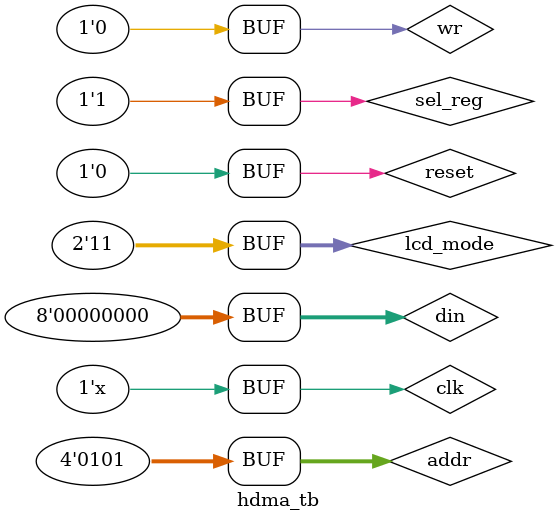
<source format=v>
module hdma(
	input  reset,
   input  clk,    // 4 Mhz cpu clock
	input  clk_reg,
	
	// cpu register interface
	input        sel_reg,
	input  [3:0] addr,
	input        wr,
	output [7:0] dout,
	input  [7:0] din,
	
	input [1:0] lcd_mode, 
	
	// dma connection
	output hdma_rd,
	output [15:0] hdma_source_addr,
	output [15:0] hdma_target_addr

);

//ff51-ff55 HDMA1-5 (GBC)
reg [7:0] hdma_source_h;		// ff51
reg [3:0] hdma_source_l;		// ff52 only top 4 bits used
reg [4:0] hdma_target_h;	   // ff53 only lowest 5 bits used
reg [3:0] hdma_target_l;	   // ff54 only top 4 bits used
reg hdma_mode; 					// ff55 bit 7  - 1=General Purpose DMA 0=H-Blank DMA
reg hdma_enabled;					// ff55 !bit 7 when read
reg [7:0] hdma_length;			// ff55 bit 6:0 - dma transfer length (hdma_length+1)*16 bytes
reg hdma_active;

// it takes about 8us to transfer a block of 16 bytes. -> 500ns per byte -> 2Mhz
// 32 cycles in Normal Speed Mode, and 64 'fast' cycles in Double Speed Mode
reg [12:0] hdma_cnt; 
reg [4:0]  hdma_16byte_cnt; //16bytes*2

assign hdma_rd = hdma_active;
assign hdma_source_addr = { hdma_source_h,hdma_source_l,4'd0} + hdma_cnt[12:1];
assign hdma_target_addr = { 3'b100,hdma_target_h,hdma_target_l,4'd0} + hdma_cnt[12:1];

reg [1:0] hdma_state;
parameter active=2'd0,blocksent=2'd1,wait_h=2'd2;

always @(posedge clk) begin
	if(reset) begin
		hdma_active <= 1'b0;
		hdma_state <= wait_h;
		hdma_enabled <= 1'b0;	
	end else begin
		
		// writing the hdma register engages the dma engine
		if(wr && (addr == 4'h5) && sel_reg) begin
			if (hdma_mode == 1 && hdma_enabled && !din[7]) begin  //terminate an active H-Blank transfer by writing zero to Bit 7 of FF55
				hdma_state <= wait_h;
				hdma_active <= 1'b0;
				hdma_enabled <= 1'b0;
			end else begin															  //normal trigger
				hdma_enabled <= 1'b1;
				hdma_mode <= din[7];
				hdma_length <= {1'b0,din[6:0]} + 8'd1;  
				hdma_cnt <= 13'd0; 
				hdma_16byte_cnt <= 5'h1f;
				if (din[7] == 1) hdma_state <= wait_h;
			end
		end
		
		if (hdma_enabled) begin
			if(hdma_mode==0) begin 				                    //mode 0 GDMA do the transfer in one go			
				if(hdma_length != 0) begin
					hdma_active <= 1'b1;
					hdma_cnt <= hdma_cnt + 1'd1;
					hdma_16byte_cnt <= hdma_16byte_cnt - 1'd1;
					if (!hdma_16byte_cnt) begin
							hdma_length <= hdma_length - 1'd1;
				   end	
				end else begin
					hdma_active <= 1'b0;
					hdma_enabled <= 1'b0;
					hdma_length <= 8'h80; //7f+1
				end
			end else begin        			                       //mode 1 HDMA transfer 1 block (16bytes) in each H-Blank only
				case (hdma_state)
					
					wait_h:    begin 
								    if (lcd_mode == 2'b00 ) 	// Mode 00:  h-blank
									   hdma_state <= active;
								    hdma_16byte_cnt <= 5'h1f;
									 hdma_active <= 1'b0;
							     end
				   
					blocksent: begin
									 if (hdma_length == 0) begin //check if finished
										hdma_enabled <= 1'b0;
										hdma_length <= 8'h80; //7f+1
                            end
									 if (lcd_mode == 2'b11) // wait for mode 3, mode before h-blank
										hdma_state <= wait_h;	
								  end

					active:    begin
									if(hdma_length != 0) begin
										hdma_active <= 1'b1;
										hdma_cnt <= hdma_cnt + 1'd1;
										hdma_16byte_cnt <= hdma_16byte_cnt - 1'd1;
										if (!hdma_16byte_cnt) begin
												hdma_length <= hdma_length - 1'd1;
												hdma_state <= blocksent;
												hdma_active <= 1'b0;
										end
									end else begin
										hdma_active <= 1'b0;
										hdma_enabled <= 1'b0;
										hdma_length <= 8'h80; //7f+1
									end
								 end
				endcase 	
			end
		end
	end
end

always @(posedge clk_reg) begin
	if(reset) begin
	   //TODO: check default value after reset
		hdma_source_h <= 8'hFF;
		hdma_source_l <= 4'hF;
		hdma_target_h <= 5'h1F;
		hdma_target_l <= 4'hF;	
	end else if(sel_reg && wr) begin
		
		case (addr)
			4'd1: hdma_source_h <= din;
			4'd2: hdma_source_l <= din[7:4];
			4'd3: hdma_target_h <= din[4:0];
			4'd4: hdma_target_l <= din[7:4];
		endcase
	end
end

wire [7:0] length_m1 = hdma_length - 8'd1;

assign dout =  sel_reg?
					(addr==4'd1)?hdma_source_h:
					(addr==4'd2)?{hdma_source_l,4'd0}:
					(addr==4'd3)?{3'b100,hdma_target_h}:
					(addr==4'd4)?{hdma_target_l,4'd0}:
					(addr==4'd5)?hdma_enabled?{1'b0,length_m1[6:0]}:
					{1'b1,length_m1[6:0]}:
					8'hFF:
				8'hFF;

endmodule

`timescale 1 ns/100 ps  // time-unit = 1 ns, precision = 100 ps

module hdma_tb;

   // duration for each bit = 250 * timescale = 250 * 1 ns  = 250ns // 4MHz
   localparam period = 250;  

	reg  reset = 1'd1;
	reg  clk = 1'd0;
	
	// cpu register interface
	reg        sel_reg = 1'd0;
	reg  [3:0] addr    = 4'd0;
	reg        wr      = 1'd0;
	wire [7:0] dout;
	reg  [7:0] din     = 8'd0;
	
	reg [1:0] lcd_mode = 2'd0; 
	
	// dma connection
	wire hdma_rd;
	wire [15:0] hdma_source_addr;
	wire [15:0] hdma_target_addr;
	
	
	
	hdma hdma(
		.reset	          ( reset         ),
		.clk		          ( clk           ),
		.clk_reg           ( clk           ),
		
		// cpu register interface
		.sel_reg 	       ( sel_reg       ),
		.addr			       ( addr          ),
		.wr			       ( wr	           ),
		.dout			       ( dout       ),
		.din               ( din           ),
		
		.lcd_mode          ( lcd_mode      ),
		
		// dma connection
		.hdma_rd           ( hdma_rd          ),
		.hdma_source_addr  ( hdma_source_addr ),
		.hdma_target_addr  ( hdma_target_addr ) 
		
	);
	
	always #125 clk <= !clk;
	initial begin
		reset <= 1'b0;
		sel_reg <= 1'b1;
		addr <= 4'd4;
		
		#1000 
		
		sel_reg <= 1'b1;
		addr <= 4'd1; // source h
		din <= 8'h20;
		wr <= 1'd1;
		
		#period  
		 wr <= 1'd0;	
		
		#period
	
		sel_reg <= 1'b1;
		addr <= 4'd2; // source l
		din <= 8'h40;
		wr <= 1'd1;
		
		#period
		wr <= 1'd0;	
		
		#period
	
		sel_reg <= 1'b1;
		addr <= 4'd3; // target h
		din <= 8'h82;
		wr <= 1'd1;
		#period
		wr <= 1'd0;	
		
		#period 
	
		sel_reg <= 1'b1;
		addr <= 4'd4; // target l
		din <= 8'h00;
		wr <= 1'd1;
		
		#period
		wr <= 1'd0;	
		
		#period
		$display("GDMA");
		sel_reg <= 1'b1;
		addr <= 4'd5; // trigger GDMA with length 
		din <= 8'h01;  // 20h bytes
		wr <= 1'd1;
		#period
		wr <= 1'd0;	
		
		#8000	
		
		lcd_mode <= 2'd1; 
		#2000
		
		lcd_mode <= 2'd0; 
		#8000
		
		$display("HDMA");
		sel_reg <= 1'b1;
		addr <= 4'd5; // trigger HDMA with length 
		din <= 8'h82;  // 30h bytes
		wr <= 1'd1;
		
		#period
		wr <= 1'd0;	
		
		#16000	
		
		lcd_mode <= 2'd2; 
		#2000
		
		lcd_mode <= 2'd3; 
		#2000
		
		lcd_mode <= 2'd0; 
		#16000

		lcd_mode <= 2'd2; 
		#2000
		
		lcd_mode <= 2'd3; 
		#2000
		
		lcd_mode <= 2'd0; 
		#16000
		
		sel_reg <= 1'b1;
		addr <= 4'd5;
		$display("Check FF55");
				
		#1000 

		$display("HDMA with cancel");
		sel_reg <= 1'b1;
		addr <= 4'd5; // trigger HDMA with length 
		din <= 8'h82;  // 30h bytes
		wr <= 1'd1;
		
		#period
		wr <= 1'd0;
		
		#16000	
		
		lcd_mode <= 2'd2; 
		#2000
		
		lcd_mode <= 2'd3; 
		#2000
		
      $display("canceling");
		sel_reg <= 1'b1;
		addr <= 4'd5; // trigger HDMA with length 
		din <= 8'h00;  // stop
		wr <= 1'd1;
		
		#period
		wr <= 1'd0;	
		
		#16000	
		
		sel_reg <= 1'b1;
		addr <= 4'd5;
		$display("Check FF55");
		
		lcd_mode <= 2'd2; 
		#2000
		
		lcd_mode <= 2'd3; 
		#2000
		$display("Test Complete");
	end  
  
endmodule
</source>
